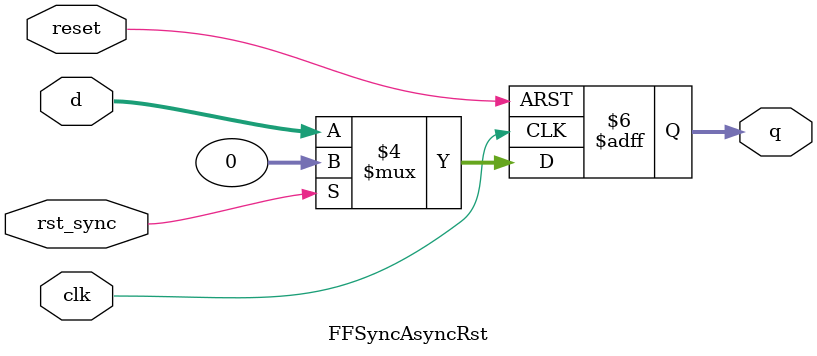
<source format=sv>
module FFSyncAsyncRst #(parameter WIDTH = 32)(
    input wire clk,
    input wire reset,
    input wire rst_sync,
    input wire [WIDTH-1:0] d,
    output reg [WIDTH-1:0] q);
    always_ff @(posedge clk or negedge reset)
        if (~reset) 
            q <= 0;
        else begin 
            if (rst_sync)
                q <= 0;
            else
                q <= d;
        end
    endmodule


</source>
